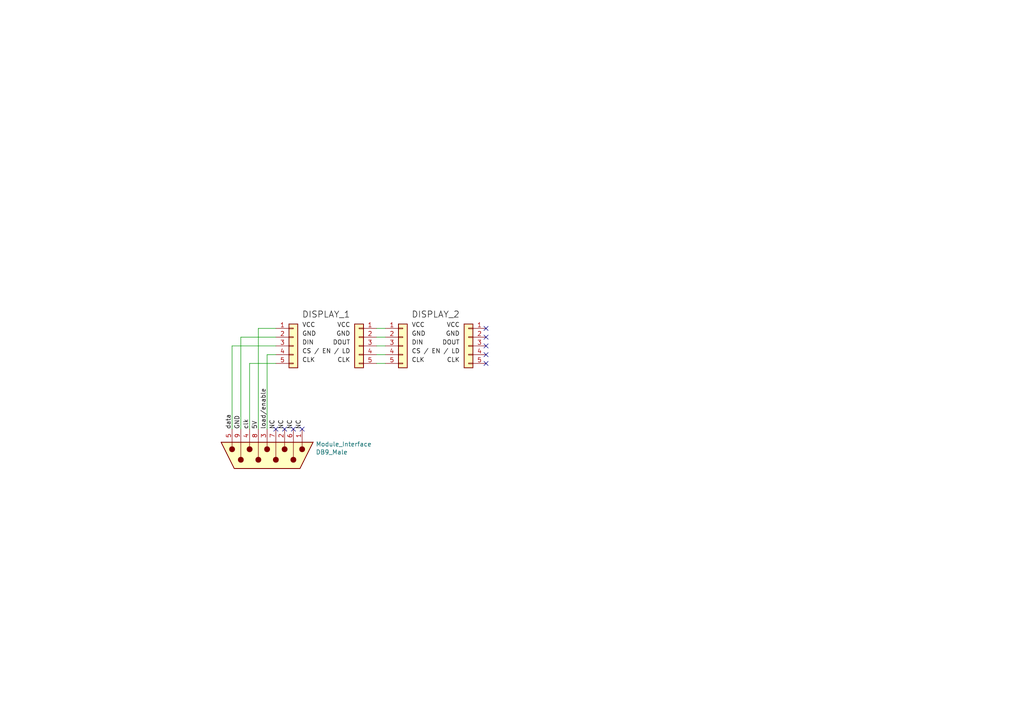
<source format=kicad_sch>
(kicad_sch (version 20211123) (generator eeschema)
  (paper "A4")
  (lib_symbols
    (symbol "Connector:DB9_Male" (pin_names (offset 1.016) hide)
      (property "Reference" "J" (at 0 13.97 0))
      (property "Value" "DB9_Male" (at 0 -14.605 0))
      (symbol "DB9_Male_0_1"
        (circle (center -1.778 -10.16) (radius 0.762) (fill (type outline)))
        (circle (center -1.778 -5.08) (radius 0.762) (fill (type outline)))
        (circle (center -1.778 0) (radius 0.762) (fill (type outline)))
        (circle (center -1.778 5.08) (radius 0.762) (fill (type outline)))
        (circle (center -1.778 10.16) (radius 0.762) (fill (type outline)))
        (polyline (pts (xy -3.81 -10.16) (xy -2.54 -10.16)))
        (polyline (pts (xy -3.81 -7.62) (xy 0.508 -7.62)))
        (polyline (pts (xy -3.81 -5.08) (xy -2.54 -5.08)))
        (polyline (pts (xy -3.81 -2.54) (xy 0.508 -2.54)))
        (polyline (pts (xy -3.81 0) (xy -2.54 0)))
        (polyline (pts (xy -3.81 2.54) (xy 0.508 2.54)))
        (polyline (pts (xy -3.81 5.08) (xy -2.54 5.08)))
        (polyline (pts (xy -3.81 7.62) (xy 0.508 7.62)))
        (polyline (pts (xy -3.81 10.16) (xy -2.54 10.16)))
        (polyline (pts (xy -3.81 -13.335) (xy -3.81 13.335) (xy 3.81 9.525) (xy 3.81 -9.525) (xy -3.81 -13.335)) (stroke (width 0.254)) (fill (type background)))
        (circle (center 1.27 -7.62) (radius 0.762) (fill (type outline)))
        (circle (center 1.27 -2.54) (radius 0.762) (fill (type outline)))
        (circle (center 1.27 2.54) (radius 0.762) (fill (type outline)))
        (circle (center 1.27 7.62) (radius 0.762) (fill (type outline)))
      )
      (symbol "DB9_Male_1_1"
        (pin passive line (at -7.62 -10.16 0) (length 3.81) (name "1") (number "1"))
        (pin passive line (at -7.62 -5.08 0) (length 3.81) (name "2") (number "2"))
        (pin passive line (at -7.62 0 0) (length 3.81) (name "3") (number "3"))
        (pin passive line (at -7.62 5.08 0) (length 3.81) (name "4") (number "4"))
        (pin passive line (at -7.62 10.16 0) (length 3.81) (name "5") (number "5"))
        (pin passive line (at -7.62 -7.62 0) (length 3.81) (name "6") (number "6"))
        (pin passive line (at -7.62 -2.54 0) (length 3.81) (name "7") (number "7"))
        (pin passive line (at -7.62 2.54 0) (length 3.81) (name "8") (number "8"))
        (pin passive line (at -7.62 7.62 0) (length 3.81) (name "9") (number "9"))
      )
    )
    (symbol "Connector_Generic:Conn_01x05" (pin_names (offset 1.016) hide)
      (property "Reference" "J" (at 0 7.62 0))
      (property "Value" "Conn_01x05" (at 0 -7.62 0))
      (symbol "Conn_01x05_1_1"
        (rectangle (start -1.27 -4.953) (end 0 -5.207) (stroke (width 0.1524)))
        (rectangle (start -1.27 -2.413) (end 0 -2.667) (stroke (width 0.1524)))
        (rectangle (start -1.27 0.127) (end 0 -0.127) (stroke (width 0.1524)))
        (rectangle (start -1.27 2.667) (end 0 2.413) (stroke (width 0.1524)))
        (rectangle (start -1.27 5.207) (end 0 4.953) (stroke (width 0.1524)))
        (rectangle (start -1.27 6.35) (end 1.27 -6.35) (stroke (width 0.254)) (fill (type background)))
        (pin passive line (at -5.08 5.08 0) (length 3.81) (name "Pin_1") (number "1"))
        (pin passive line (at -5.08 2.54 0) (length 3.81) (name "Pin_2") (number "2"))
        (pin passive line (at -5.08 0 0) (length 3.81) (name "Pin_3") (number "3"))
        (pin passive line (at -5.08 -2.54 0) (length 3.81) (name "Pin_4") (number "4"))
        (pin passive line (at -5.08 -5.08 0) (length 3.81) (name "Pin_5") (number "5"))
      )
    )
  )
  (no_connect (at 87.63 124.46))
  (no_connect (at 140.97 95.25))
  (no_connect (at 140.97 97.79))
  (no_connect (at 140.97 105.41))
  (no_connect (at 80.01 124.46))
  (no_connect (at 82.55 124.46))
  (no_connect (at 140.97 100.33))
  (no_connect (at 140.97 102.87))
  (no_connect (at 85.09 124.46))
  (wire (pts (xy 69.85 124.46) (xy 69.85 97.79)))
  (wire (pts (xy 109.22 95.25) (xy 111.76 95.25)))
  (wire (pts (xy 80.01 95.25) (xy 74.93 95.25)))
  (wire (pts (xy 109.22 102.87) (xy 111.76 102.87)))
  (wire (pts (xy 72.39 124.46) (xy 72.39 105.41)))
  (wire (pts (xy 109.22 105.41) (xy 111.76 105.41)))
  (wire (pts (xy 109.22 97.79) (xy 111.76 97.79)))
  (wire (pts (xy 72.39 105.41) (xy 80.01 105.41)))
  (wire (pts (xy 80.01 102.87) (xy 77.47 102.87)))
  (wire (pts (xy 67.31 124.46) (xy 67.31 100.33)))
  (wire (pts (xy 67.31 100.33) (xy 80.01 100.33)))
  (wire (pts (xy 109.22 100.33) (xy 111.76 100.33)))
  (wire (pts (xy 74.93 95.25) (xy 74.93 124.46)))
  (wire (pts (xy 77.47 102.87) (xy 77.47 124.46)))
  (wire (pts (xy 69.85 97.79) (xy 80.01 97.79)))
  (label "DIN" (at 87.63 100.33 0))
  (label "GND" (at 101.6 97.79 180))
  (label "GND" (at 133.35 97.79 180))
  (label "CS {slash} EN {slash} LD" (at 119.38 102.87 0))
  (label "GND" (at 69.85 124.46 90))
  (label "CLK" (at 101.6 105.41 180))
  (label "CLK" (at 133.35 105.41 180))
  (label "NC" (at 80.01 124.46 90))
  (label "VCC" (at 133.35 95.25 180))
  (label "VCC" (at 101.6 95.25 180))
  (label "GND" (at 87.63 97.79 0))
  (label "VCC" (at 87.63 95.25 0))
  (label "NC" (at 85.09 124.46 90))
  (label "NC" (at 82.55 124.46 90))
  (label "CLK" (at 87.63 105.41 0))
  (label "NC" (at 87.63 124.46 90))
  (label "load{slash}enable" (at 77.47 124.46 90))
  (label "5V" (at 74.93 124.46 90))
  (label "DISPLAY_1" (at 101.6 92.71 180) (effects (font (size 1.8 1.8))))
  (label "CS {slash} EN {slash} LD" (at 87.63 102.87 0))
  (label "VCC" (at 119.38 95.25 0))
  (label "DOUT" (at 101.6 100.33 180))
  (label "DIN" (at 119.38 100.33 0))
  (label "DISPLAY_2" (at 133.35 92.71 180) (effects (font (size 1.8 1.8))))
  (label "CLK" (at 119.38 105.41 0))
  (label "GND" (at 119.38 97.79 0))
  (label "data" (at 67.31 124.46 90))
  (label "DOUT" (at 133.35 100.33 180))
  (label "clk" (at 72.39 124.46 90))
  (symbol (lib_id "Connector:DB9_Male") (at 77.47 132.08 90) (mirror x) (unit 1)
    (property "Reference" "Module_Interface" (at 91.567 128.8288 90) (effects (justify right)))
    (property "Value" "DB9_Male" (at 91.567 131.1402 90) (effects (justify right)))
    (property "Datasheet" " ~" (effects hide))
  )
  (symbol (lib_id "Connector_Generic:Conn_01x05") (at 116.84 100.33 0) (unit 1)
    (property "Reference" "J?" (effects hide))
    (property "Value" "Conn_01x05" (effects hide))
  )
  (symbol (lib_id "Connector_Generic:Conn_01x05") (at 104.14 100.33 0) (mirror y) (unit 1)
    (property "Reference" "J?" (effects hide))
    (property "Value" "Conn_01x05" (effects hide))
  )
  (symbol (lib_id "Connector_Generic:Conn_01x05") (at 85.09 100.33 0) (unit 1)
    (property "Reference" "J?" (effects hide))
    (property "Value" "Conn_01x05" (effects hide))
  )
  (symbol (lib_id "Connector_Generic:Conn_01x05") (at 135.89 100.33 0) (mirror y) (unit 1)
    (property "Reference" "J?" (effects hide))
    (property "Value" "Conn_01x05" (effects hide))
  )
)
</source>
